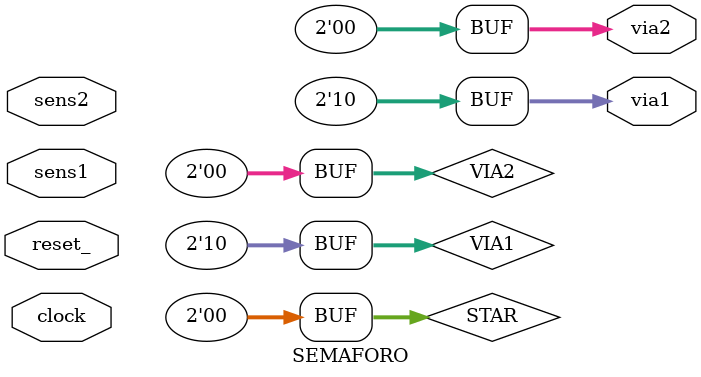
<source format=v>
`timescale 1s/10ms
module Testbanch;
reg reset_; initial begin reset_=0; #6 reset_=1; #300; $stop; end
reg clock; initial clock=1; always #2.5 clock<=(!clock);
reg       SENSOR1,SENSOR2;
wire[1:0] VIA1=sem.via1;
wire[1:0] VIA2=sem.via2;
wire[1:0] STAR=sem.STAR;
initial begin
   SENSOR1<=0; SENSOR2<=0; #0.5
   SENSOR1<=1; SENSOR2<=0; #10
   SENSOR1<=1; SENSOR2<=1; #5
   SENSOR1<=0; SENSOR2<=1; #15
   SENSOR1<=1; SENSOR2<=0; #15
   SENSOR1<=0; SENSOR2<=0; #5
   $finish;
   end   
   SEMAFORO sem(VIA1,VIA2,  SENSOR1,SENSOR2,clock,reset_);
endmodule 

module SEMAFORO(via1,via2,  sens1,sens2,clock,reset_);
  input  clock, reset_;
  input  sens1, sens2;      
  output [1:0]  via1, via2;      
  reg    [1:0]  STAR, VIA1, VIA2;
  parameter S0=0,S1=1,S2=2,S3=3;
  parameter ROSSO=0, GIALLO=1, VERDE=2;
  always @(reset_==0) #1 begin STAR<=S0; VIA1<=VERDE; VIA2<=ROSSO; end

  assign via1=VIA1; assign via2=VIA2;

  always @(posedge clock) if (reset_==1) #0.5
    casex(STAR)
  	  S0: begin VIA1=(sens1==1)?VERDE:GIALLO;  VIA2=ROSSO;  STAR<=(sens1==1)?S0:S1; end
	  S1: begin VIA1=ROSSO;  VIA2=(sens2==1)?VERDE:GIALLO;  STAR<=(sens2==1)?S1:S0; end
    endcase
endmodule


</source>
